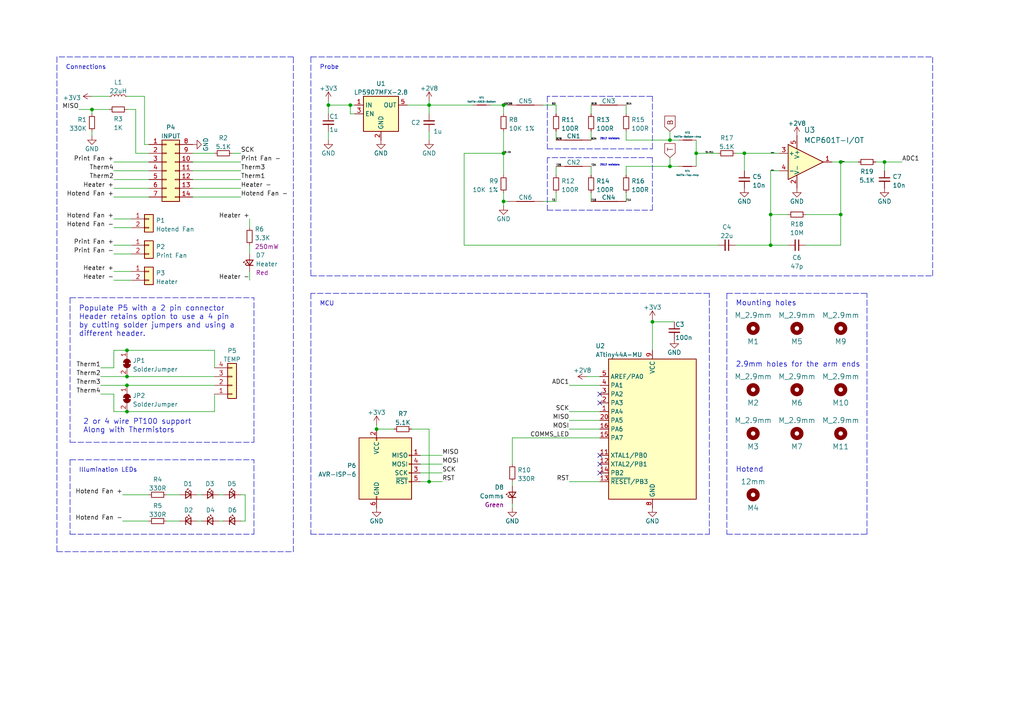
<source format=kicad_sch>
(kicad_sch (version 20211123) (generator eeschema)
  (paper "A4")
  (title_block (title "TD SmartEffector") (date "2022-11-17") (rev "V1.0") (company "Kuro") (comment 2 "Based on the Duet3D Smart Effector, see www.duet3d.com for the original\\nDuet3D Smart Effector information. This reproduction/modification is not endorsed or\\nsupported in any way by Duet3D."))
  (lib_symbols
    (symbol "Amplifier_Operational:MCP601-xOT" (pin_names (offset 0.127))
      (property "Reference" "U" (at -1.27 6.35 0))
      (property "Value" "MCP601-xOT" (at -1.27 3.81 0))
      (symbol "MCP601-xOT_0_1"
        (polyline (pts (xy -5.08 5.08) (xy 5.08 0) (xy -5.08 -5.08) (xy -5.08 5.08)) (stroke (width 0.254)) (fill (type background)))
        (pin power_in line (at -2.54 -7.62 90) (length 3.81) (name "V-") (number "2"))
        (pin power_in line (at -2.54 7.62 270) (length 3.81) (name "V+") (number "5"))
      )
      (symbol "MCP601-xOT_1_1"
        (pin output line (at 7.62 0 180) (length 2.54) (name "~") (number "1"))
        (pin input line (at -7.62 2.54 0) (length 2.54) (name "+") (number "3"))
        (pin input line (at -7.62 -2.54 0) (length 2.54) (name "-") (number "4"))
      )
    )
    (symbol "Connector:AVR-ISP-6" (pin_names (offset 1.016))
      (property "Reference" "J" (at -6.35 11.43 0))
      (property "Value" "AVR-ISP-6" (at 0 11.43 0))
      (symbol "AVR-ISP-6_0_1"
        (rectangle (start -2.667 -6.858) (end -2.413 -7.62))
        (rectangle (start -2.667 10.16) (end -2.413 9.398))
        (rectangle (start 7.62 -2.413) (end 6.858 -2.667))
        (rectangle (start 7.62 0.127) (end 6.858 -0.127))
        (rectangle (start 7.62 2.667) (end 6.858 2.413))
        (rectangle (start 7.62 5.207) (end 6.858 4.953))
        (rectangle (start 7.62 10.16) (end -7.62 -7.62) (stroke (width 0.254)) (fill (type background)))
      )
      (symbol "AVR-ISP-6_1_1"
        (pin passive line (at 10.16 5.08 180) (length 2.54) (name "MISO") (number "1"))
        (pin passive line (at -2.54 12.7 270) (length 2.54) (name "VCC") (number "2"))
        (pin passive line (at 10.16 0 180) (length 2.54) (name "SCK") (number "3"))
        (pin passive line (at 10.16 2.54 180) (length 2.54) (name "MOSI") (number "4"))
        (pin passive line (at 10.16 -2.54 180) (length 2.54) (name "~{RST}") (number "5"))
        (pin passive line (at -2.54 -10.16 90) (length 2.54) (name "GND") (number "6"))
      )
    )
    (symbol "Connector_Generic:Conn_01x02" (pin_names (offset 1.016) hide)
      (property "Reference" "J" (at 0 2.54 0))
      (property "Value" "Conn_01x02" (at 0 -5.08 0))
      (symbol "Conn_01x02_1_1"
        (rectangle (start -1.27 -2.413) (end 0 -2.667) (stroke (width 0.1524)))
        (rectangle (start -1.27 0.127) (end 0 -0.127) (stroke (width 0.1524)))
        (rectangle (start -1.27 1.27) (end 1.27 -3.81) (stroke (width 0.254)) (fill (type background)))
        (pin passive line (at -5.08 0 0) (length 3.81) (name "Pin_1") (number "1"))
        (pin passive line (at -5.08 -2.54 0) (length 3.81) (name "Pin_2") (number "2"))
      )
    )
    (symbol "Connector_Generic:Conn_01x04" (pin_names (offset 1.016) hide)
      (property "Reference" "J" (at 0 5.08 0))
      (property "Value" "Conn_01x04" (at 0 -7.62 0))
      (symbol "Conn_01x04_1_1"
        (rectangle (start -1.27 -4.953) (end 0 -5.207) (stroke (width 0.1524)))
        (rectangle (start -1.27 -2.413) (end 0 -2.667) (stroke (width 0.1524)))
        (rectangle (start -1.27 0.127) (end 0 -0.127) (stroke (width 0.1524)))
        (rectangle (start -1.27 2.667) (end 0 2.413) (stroke (width 0.1524)))
        (rectangle (start -1.27 3.81) (end 1.27 -6.35) (stroke (width 0.254)) (fill (type background)))
        (pin passive line (at -5.08 2.54 0) (length 3.81) (name "Pin_1") (number "1"))
        (pin passive line (at -5.08 0 0) (length 3.81) (name "Pin_2") (number "2"))
        (pin passive line (at -5.08 -2.54 0) (length 3.81) (name "Pin_3") (number "3"))
        (pin passive line (at -5.08 -5.08 0) (length 3.81) (name "Pin_4") (number "4"))
      )
    )
    (symbol "Connector_Generic:Conn_02x07_Top_Bottom" (pin_names (offset 1.016) hide)
      (property "Reference" "J" (at 1.27 10.16 0))
      (property "Value" "Conn_02x07_Top_Bottom" (at 1.27 -10.16 0))
      (symbol "Conn_02x07_Top_Bottom_1_1"
        (rectangle (start -1.27 -7.493) (end 0 -7.747) (stroke (width 0.1524)))
        (rectangle (start -1.27 -4.953) (end 0 -5.207) (stroke (width 0.1524)))
        (rectangle (start -1.27 -2.413) (end 0 -2.667) (stroke (width 0.1524)))
        (rectangle (start -1.27 0.127) (end 0 -0.127) (stroke (width 0.1524)))
        (rectangle (start -1.27 2.667) (end 0 2.413) (stroke (width 0.1524)))
        (rectangle (start -1.27 5.207) (end 0 4.953) (stroke (width 0.1524)))
        (rectangle (start -1.27 7.747) (end 0 7.493) (stroke (width 0.1524)))
        (rectangle (start -1.27 8.89) (end 3.81 -8.89) (stroke (width 0.254)) (fill (type background)))
        (rectangle (start 3.81 -7.493) (end 2.54 -7.747) (stroke (width 0.1524)))
        (rectangle (start 3.81 -4.953) (end 2.54 -5.207) (stroke (width 0.1524)))
        (rectangle (start 3.81 -2.413) (end 2.54 -2.667) (stroke (width 0.1524)))
        (rectangle (start 3.81 0.127) (end 2.54 -0.127) (stroke (width 0.1524)))
        (rectangle (start 3.81 2.667) (end 2.54 2.413) (stroke (width 0.1524)))
        (rectangle (start 3.81 5.207) (end 2.54 4.953) (stroke (width 0.1524)))
        (rectangle (start 3.81 7.747) (end 2.54 7.493) (stroke (width 0.1524)))
        (pin passive line (at -5.08 7.62 0) (length 3.81) (name "Pin_1") (number "1"))
        (pin passive line (at 7.62 2.54 180) (length 3.81) (name "Pin_10") (number "10"))
        (pin passive line (at 7.62 0 180) (length 3.81) (name "Pin_11") (number "11"))
        (pin passive line (at 7.62 -2.54 180) (length 3.81) (name "Pin_12") (number "12"))
        (pin passive line (at 7.62 -5.08 180) (length 3.81) (name "Pin_13") (number "13"))
        (pin passive line (at 7.62 -7.62 180) (length 3.81) (name "Pin_14") (number "14"))
        (pin passive line (at -5.08 5.08 0) (length 3.81) (name "Pin_2") (number "2"))
        (pin passive line (at -5.08 2.54 0) (length 3.81) (name "Pin_3") (number "3"))
        (pin passive line (at -5.08 0 0) (length 3.81) (name "Pin_4") (number "4"))
        (pin passive line (at -5.08 -2.54 0) (length 3.81) (name "Pin_5") (number "5"))
        (pin passive line (at -5.08 -5.08 0) (length 3.81) (name "Pin_6") (number "6"))
        (pin passive line (at -5.08 -7.62 0) (length 3.81) (name "Pin_7") (number "7"))
        (pin passive line (at 7.62 7.62 180) (length 3.81) (name "Pin_8") (number "8"))
        (pin passive line (at 7.62 5.08 180) (length 3.81) (name "Pin_9") (number "9"))
      )
    )
    (symbol "Device:C_Small" (pin_numbers hide) (pin_names (offset 0.254) hide)
      (property "Reference" "C" (at 0.254 1.778 0))
      (property "Value" "C_Small" (at 0.254 -2.032 0))
      (symbol "C_Small_0_1"
        (polyline (pts (xy -1.524 -0.508) (xy 1.524 -0.508)) (stroke (width 0.3302)))
        (polyline (pts (xy -1.524 0.508) (xy 1.524 0.508)) (stroke (width 0.3048)))
      )
      (symbol "C_Small_1_1"
        (pin passive line (at 0 2.54 270) (length 2.032) (name "~") (number "1"))
        (pin passive line (at 0 -2.54 90) (length 2.032) (name "~") (number "2"))
      )
    )
    (symbol "Device:LED_Small" (pin_numbers hide) (pin_names (offset 0.254) hide)
      (property "Reference" "D" (at -1.27 3.175 0))
      (property "Value" "LED_Small" (at -4.445 -2.54 0))
      (symbol "LED_Small_0_1"
        (polyline (pts (xy -0.762 -1.016) (xy -0.762 1.016)) (stroke (width 0.254)))
        (polyline (pts (xy 1.016 0) (xy -0.762 0)))
        (polyline (pts (xy 0.762 -1.016) (xy -0.762 0) (xy 0.762 1.016) (xy 0.762 -1.016)) (stroke (width 0.254)))
        (polyline (pts (xy 0 0.762) (xy -0.508 1.27) (xy -0.254 1.27) (xy -0.508 1.27) (xy -0.508 1.016)))
        (polyline (pts (xy 0.508 1.27) (xy 0 1.778) (xy 0.254 1.778) (xy 0 1.778) (xy 0 1.524)))
      )
      (symbol "LED_Small_1_1"
        (pin passive line (at -2.54 0 0) (length 1.778) (name "K") (number "1"))
        (pin passive line (at 2.54 0 180) (length 1.778) (name "A") (number "2"))
      )
    )
    (symbol "Device:L_Small" (pin_numbers hide) (pin_names (offset 0.254) hide)
      (property "Reference" "L" (at 0.762 1.016 0))
      (property "Value" "L_Small" (at 0.762 -1.016 0))
      (symbol "L_Small_0_1"
        (arc (start 0 -2.032) (mid 0.508 -1.524) (end 0 -1.016))
        (arc (start 0 -1.016) (mid 0.508 -0.508) (end 0 0))
        (arc (start 0 0) (mid 0.508 0.508) (end 0 1.016))
        (arc (start 0 1.016) (mid 0.508 1.524) (end 0 2.032))
      )
      (symbol "L_Small_1_1"
        (pin passive line (at 0 2.54 270) (length 0.508) (name "~") (number "1"))
        (pin passive line (at 0 -2.54 90) (length 0.508) (name "~") (number "2"))
      )
    )
    (symbol "Device:R_Small" (pin_numbers hide) (pin_names (offset 0.254) hide)
      (property "Reference" "R" (at 0.762 0.508 0))
      (property "Value" "R_Small" (at 0.762 -1.016 0))
      (symbol "R_Small_0_1"
        (rectangle (start -0.762 1.778) (end 0.762 -1.778) (stroke (width 0.2032)))
      )
      (symbol "R_Small_1_1"
        (pin passive line (at 0 2.54 270) (length 0.762) (name "~") (number "1"))
        (pin passive line (at 0 -2.54 90) (length 0.762) (name "~") (number "2"))
      )
    )
    (symbol "Jumper:SolderJumper_2_Bridged" (pin_names (offset 0) hide)
      (property "Reference" "JP" (at 0 2.032 0))
      (property "Value" "SolderJumper_2_Bridged" (at 0 -2.54 0))
      (symbol "SolderJumper_2_Bridged_0_1"
        (rectangle (start -0.508 0.508) (end 0.508 -0.508) (fill (type outline)))
        (arc (start -0.254 1.016) (mid -1.27 0) (end -0.254 -1.016))
        (arc (start -0.254 1.016) (mid -1.27 0) (end -0.254 -1.016) (fill (type outline)))
        (polyline (pts (xy -0.254 1.016) (xy -0.254 -1.016)))
        (polyline (pts (xy 0.254 1.016) (xy 0.254 -1.016)))
        (arc (start 0.254 -1.016) (mid 1.27 0) (end 0.254 1.016))
        (arc (start 0.254 -1.016) (mid 1.27 0) (end 0.254 1.016) (fill (type outline)))
      )
      (symbol "SolderJumper_2_Bridged_1_1"
        (pin passive line (at -3.81 0 0) (length 2.54) (name "A") (number "1"))
        (pin passive line (at 3.81 0 180) (length 2.54) (name "B") (number "2"))
      )
    )
    (symbol "MCU_Microchip_ATtiny:ATtiny44A-M"
      (property "Reference" "U" (at -12.7 21.59 0))
      (property "Value" "ATtiny44A-M" (at 2.54 -21.59 0))
      (symbol "ATtiny44A-M_0_1"
        (rectangle (start -12.7 -20.32) (end 12.7 20.32) (stroke (width 0.254)) (fill (type background)))
      )
      (symbol "ATtiny44A-M_1_1"
        (pin bidirectional line (at 15.24 5.08 180) (length 2.54) (name "PA4") (number "1"))
        (pin no_connect line (at -12.7 -10.16 0) (length 2.54) hide (name "NC") (number "10"))
        (pin bidirectional line (at 15.24 -7.62 180) (length 2.54) (name "XTAL1/PB0") (number "11"))
        (pin bidirectional line (at 15.24 -10.16 180) (length 2.54) (name "XTAL2/PB1") (number "12"))
        (pin bidirectional line (at 15.24 -15.24 180) (length 2.54) (name "~{RESET}/PB3") (number "13"))
        (pin bidirectional line (at 15.24 -12.7 180) (length 2.54) (name "PB2") (number "14"))
        (pin bidirectional line (at 15.24 -2.54 180) (length 2.54) (name "PA7") (number "15"))
        (pin bidirectional line (at 15.24 0 180) (length 2.54) (name "PA6") (number "16"))
        (pin no_connect line (at -12.7 -12.7 0) (length 2.54) hide (name "NC") (number "17"))
        (pin no_connect line (at -12.7 -15.24 0) (length 2.54) hide (name "NC") (number "18"))
        (pin no_connect line (at -12.7 -17.78 0) (length 2.54) hide (name "NC") (number "19"))
        (pin bidirectional line (at 15.24 7.62 180) (length 2.54) (name "PA3") (number "2"))
        (pin bidirectional line (at 15.24 2.54 180) (length 2.54) (name "PA5") (number "20"))
        (pin passive line (at 0 -22.86 90) (length 2.54) hide (name "GND") (number "21"))
        (pin bidirectional line (at 15.24 10.16 180) (length 2.54) (name "PA2") (number "3"))
        (pin bidirectional line (at 15.24 12.7 180) (length 2.54) (name "PA1") (number "4"))
        (pin bidirectional line (at 15.24 15.24 180) (length 2.54) (name "AREF/PA0") (number "5"))
        (pin no_connect line (at -12.7 -5.08 0) (length 2.54) hide (name "NC") (number "6"))
        (pin no_connect line (at -12.7 -7.62 0) (length 2.54) hide (name "NC") (number "7"))
        (pin power_in line (at 0 -22.86 90) (length 2.54) (name "GND") (number "8"))
        (pin power_in line (at 0 22.86 270) (length 2.54) (name "VCC") (number "9"))
      )
    )
    (symbol "Mechanical:MountingHole" (pin_names (offset 1.016))
      (property "Reference" "H" (at 0 5.08 0))
      (property "Value" "MountingHole" (at 0 3.175 0))
      (symbol "MountingHole_0_1"
        (circle (center 0 0) (radius 1.27) (stroke (width 1.27)))
      )
    )
    (symbol "Regulator_Linear:LP5907MFX-2.8"
      (property "Reference" "U" (at -3.81 6.35 0))
      (property "Value" "LP5907MFX-2.8" (at 6.35 6.35 0))
      (symbol "LP5907MFX-2.8_0_1"
        (rectangle (start -5.08 -5.08) (end 5.08 5.08) (stroke (width 0.254)) (fill (type background)))
        (pin power_in line (at -7.62 2.54 0) (length 2.54) (name "IN") (number "1"))
        (pin power_in line (at 0 -7.62 90) (length 2.54) (name "GND") (number "2"))
        (pin input line (at -7.62 0 0) (length 2.54) (name "EN") (number "3"))
        (pin no_connect line (at 5.08 0 180) (length 2.54) hide (name "NC") (number "4"))
        (pin power_out line (at 7.62 2.54 180) (length 2.54) (name "OUT") (number "5"))
      )
    )
    (symbol "SmartEffector-rescue:+3.3V-power" (power) (pin_names (offset 0))
      (property "Value" "+3.3V-power" (at 0 3.556 0))
      (symbol "+3.3V-power_0_1"
        (polyline (pts (xy -0.762 1.27) (xy 0 2.54)))
        (polyline (pts (xy 0 0) (xy 0 2.54)))
        (polyline (pts (xy 0 2.54) (xy 0.762 1.27)))
      )
      (symbol "+3.3V-power_1_1"
        (pin power_in line (at 0 0 90) (length 0) hide (name "+3V3") (number "1"))
      )
    )
    (symbol "SmartEffector-rescue:Net-Tie_2-Device" (pin_numbers hide) (pin_names (offset 0) hide)
      (property "Reference" "NT" (at 0 1.27 0))
      (property "Value" "Net-Tie_2-Device" (at 0 -1.27 0))
      (symbol "Net-Tie_2-Device_0_1"
        (polyline (pts (xy -1.27 0) (xy 1.27 0)) (stroke (width 0.254)))
      )
      (symbol "Net-Tie_2-Device_1_1"
        (pin passive line (at -2.54 0 0) (length 2.54) (name "1") (number "1"))
        (pin passive line (at 2.54 0 180) (length 2.54) (name "2") (number "2"))
      )
    )
    (symbol "power:+2V8" (power) (pin_names (offset 0))
      (property "Value" "+2V8" (at 0 3.556 0))
      (symbol "+2V8_0_1"
        (polyline (pts (xy -0.762 1.27) (xy 0 2.54)))
        (polyline (pts (xy 0 0) (xy 0 2.54)))
        (polyline (pts (xy 0 2.54) (xy 0.762 1.27)))
      )
      (symbol "+2V8_1_1"
        (pin power_in line (at 0 0 90) (length 0) hide (name "+2V8") (number "1"))
      )
    )
    (symbol "power:GND" (power) (pin_names (offset 0))
      (property "Value" "GND" (at 0 -3.81 0))
      (symbol "GND_0_1"
        (polyline (pts (xy 0 0) (xy 0 -1.27) (xy 1.27 -1.27) (xy 0 -2.54) (xy -1.27 -1.27) (xy 0 -1.27)))
      )
      (symbol "GND_1_1"
        (pin power_in line (at 0 0 270) (length 0) hide (name "GND") (number "1"))
      )
    )
    (symbol "td:Round_Track_Connector" (pin_numbers hide) (pin_names hide) (in_bom no)
      (property "Reference" "CN" (at 0 1.27 0))
      (symbol "Round_Track_Connector_0_1"
        (polyline (pts (xy -2.54 0) (xy 2.54 0)) (stroke (width 0.25)))
      )
      (symbol "Round_Track_Connector_1_1"
        (pin passive line (at -5.08 0 0) (length 2.54) (name "") (number "1"))
        (pin passive line (at 5.08 0 180) (length 2.54) (name "") (number "2"))
      )
    )
  )
  (junction (at 223.52 62.23))
  (junction (at 124.46 30.48))
  (junction (at 256.54 46.99))
  (junction (at 101.6 30.48))
  (junction (at 36.83 101.6))
  (junction (at 36.83 109.22))
  (junction (at 36.83 119.38))
  (junction (at 243.84 46.99))
  (junction (at 215.9 44.45))
  (junction (at 124.46 139.7))
  (junction (at 36.83 111.76))
  (junction (at 243.84 62.23))
  (junction (at 109.22 124.46))
  (junction (at 95.25 30.48))
  (junction (at 146.05 44.45))
  (junction (at 189.23 93.345))
  (junction (at 194.31 48.26))
  (junction (at 146.05 58.42))
  (junction (at 194.31 40.64))
  (junction (at 146.05 30.48))
  (junction (at 26.67 31.75))
  (junction (at 201.93 44.45))
  (junction (at 223.52 71.12))
  (no_connect (at 173.99 132.08))
  (no_connect (at 173.99 137.16))
  (no_connect (at 173.99 134.62))
  (no_connect (at 173.99 116.84))
  (no_connect (at 173.99 114.3))
  (polyline (pts (xy 20.32 86.36) (xy 20.32 128.27)))
  (wire (pts (xy 148.59 147.32) (xy 148.59 146.05)))
  (polyline (pts (xy 20.32 133.35) (xy 73.66 133.35)))
  (wire (pts (xy 233.68 71.12) (xy 243.84 71.12)))
  (wire (pts (xy 69.85 49.53) (xy 55.88 49.53)))
  (polyline (pts (xy 189.23 45.72) (xy 158.75 45.72)))
  (wire (pts (xy 134.62 71.12) (xy 134.62 44.45)))
  (wire (pts (xy 146.05 55.88) (xy 146.05 58.42)))
  (wire (pts (xy 194.31 40.64) (xy 196.85 40.64)))
  (wire (pts (xy 33.02 73.66) (xy 38.1 73.66)))
  (wire (pts (xy 128.27 132.08) (xy 121.92 132.08)))
  (wire (pts (xy 243.84 46.99) (xy 243.84 62.23)))
  (polyline (pts (xy 20.32 86.36) (xy 73.66 86.36)))
  (wire (pts (xy 35.56 143.51) (xy 43.18 143.51)))
  (polyline (pts (xy 73.66 128.27) (xy 73.66 86.36)))
  (wire (pts (xy 33.02 106.68) (xy 33.02 101.6)))
  (wire (pts (xy 55.88 54.61) (xy 69.85 54.61)))
  (wire (pts (xy 213.36 71.12) (xy 223.52 71.12)))
  (wire (pts (xy 55.88 52.07) (xy 69.85 52.07)))
  (wire (pts (xy 215.9 44.45) (xy 226.06 44.45)))
  (wire (pts (xy 101.6 33.02) (xy 101.6 30.48)))
  (wire (pts (xy 119.38 124.46) (xy 124.46 124.46)))
  (wire (pts (xy 52.07 143.51) (xy 48.26 143.51)))
  (wire (pts (xy 71.12 151.13) (xy 71.12 143.51)))
  (wire (pts (xy 194.31 45.72) (xy 194.31 48.26)))
  (wire (pts (xy 69.85 46.99) (xy 55.88 46.99)))
  (wire (pts (xy 157.48 30.48) (xy 161.29 30.48)))
  (wire (pts (xy 36.83 109.22) (xy 62.23 109.22)))
  (wire (pts (xy 128.27 134.62) (xy 121.92 134.62)))
  (wire (pts (xy 57.15 151.13) (xy 58.42 151.13)))
  (wire (pts (xy 146.05 58.42) (xy 147.32 58.42)))
  (wire (pts (xy 33.02 49.53) (xy 43.18 49.53)))
  (polyline (pts (xy 90.17 16.51) (xy 270.51 16.51)))
  (polyline (pts (xy 73.66 154.94) (xy 73.66 133.35)))
  (wire (pts (xy 67.31 44.45) (xy 69.85 44.45)))
  (wire (pts (xy 71.12 143.51) (xy 69.85 143.51)))
  (wire (pts (xy 109.22 123.19) (xy 109.22 124.46)))
  (wire (pts (xy 226.06 49.53) (xy 223.52 49.53)))
  (wire (pts (xy 256.54 46.99) (xy 261.62 46.99)))
  (polyline (pts (xy 85.09 16.51) (xy 16.51 16.51)))
  (wire (pts (xy 33.02 81.28) (xy 38.1 81.28)))
  (wire (pts (xy 171.45 55.88) (xy 171.45 58.42)))
  (wire (pts (xy 72.39 63.5) (xy 72.39 66.04)))
  (wire (pts (xy 63.5 151.13) (xy 64.77 151.13)))
  (wire (pts (xy 33.02 54.61) (xy 43.18 54.61)))
  (wire (pts (xy 171.45 40.64) (xy 171.45 38.1)))
  (wire (pts (xy 124.46 38.1) (xy 124.46 40.64)))
  (wire (pts (xy 223.52 62.23) (xy 223.52 71.12)))
  (wire (pts (xy 62.23 101.6) (xy 62.23 106.68)))
  (wire (pts (xy 33.02 66.04) (xy 38.1 66.04)))
  (wire (pts (xy 243.84 62.23) (xy 243.84 71.12)))
  (wire (pts (xy 181.61 30.48) (xy 181.61 33.02)))
  (wire (pts (xy 43.18 41.91) (xy 41.91 41.91)))
  (wire (pts (xy 208.28 71.12) (xy 134.62 71.12)))
  (wire (pts (xy 39.37 44.45) (xy 39.37 31.75)))
  (polyline (pts (xy 205.74 154.94) (xy 205.74 85.09)))
  (wire (pts (xy 171.45 48.26) (xy 171.45 50.8)))
  (wire (pts (xy 161.29 58.42) (xy 161.29 55.88)))
  (polyline (pts (xy 90.17 16.51) (xy 90.17 80.01)))
  (wire (pts (xy 39.37 31.75) (xy 36.83 31.75)))
  (wire (pts (xy 228.6 62.23) (xy 223.52 62.23)))
  (polyline (pts (xy 85.09 160.02) (xy 85.09 16.51)))
  (wire (pts (xy 201.93 44.45) (xy 208.28 44.45)))
  (wire (pts (xy 157.48 58.42) (xy 161.29 58.42)))
  (polyline (pts (xy 158.75 43.18) (xy 189.23 43.18)))
  (wire (pts (xy 33.02 119.38) (xy 36.83 119.38)))
  (wire (pts (xy 146.05 38.1) (xy 146.05 44.45)))
  (wire (pts (xy 223.52 71.12) (xy 228.6 71.12)))
  (wire (pts (xy 33.02 114.3) (xy 33.02 119.38)))
  (wire (pts (xy 134.62 44.45) (xy 146.05 44.45)))
  (wire (pts (xy 173.99 139.7) (xy 165.1 139.7)))
  (wire (pts (xy 43.18 44.45) (xy 39.37 44.45)))
  (wire (pts (xy 36.83 119.38) (xy 62.23 119.38)))
  (wire (pts (xy 170.18 109.22) (xy 173.99 109.22)))
  (wire (pts (xy 64.77 143.51) (xy 63.5 143.51)))
  (polyline (pts (xy 90.17 80.01) (xy 270.51 80.01)))
  (polyline (pts (xy 270.51 80.01) (xy 270.51 16.51)))
  (wire (pts (xy 118.11 30.48) (xy 124.46 30.48)))
  (wire (pts (xy 146.05 30.48) (xy 146.05 33.02)))
  (wire (pts (xy 124.46 30.48) (xy 137.16 30.48)))
  (wire (pts (xy 33.02 52.07) (xy 43.18 52.07)))
  (polyline (pts (xy 90.17 154.94) (xy 205.74 154.94)))
  (wire (pts (xy 215.9 44.45) (xy 215.9 49.53)))
  (wire (pts (xy 146.05 30.48) (xy 147.32 30.48)))
  (wire (pts (xy 189.23 93.345) (xy 189.23 92.71)))
  (wire (pts (xy 148.59 127) (xy 148.59 134.62)))
  (wire (pts (xy 102.87 30.48) (xy 101.6 30.48)))
  (wire (pts (xy 95.25 40.64) (xy 95.25 38.1)))
  (wire (pts (xy 72.39 71.12) (xy 72.39 73.66)))
  (wire (pts (xy 33.02 78.74) (xy 38.1 78.74)))
  (polyline (pts (xy 20.32 154.94) (xy 73.66 154.94)))
  (wire (pts (xy 128.27 139.7) (xy 124.46 139.7)))
  (wire (pts (xy 181.61 48.26) (xy 194.31 48.26)))
  (wire (pts (xy 181.61 50.8) (xy 181.61 48.26)))
  (wire (pts (xy 201.93 40.64) (xy 201.93 44.45)))
  (wire (pts (xy 35.56 151.13) (xy 43.18 151.13)))
  (wire (pts (xy 233.68 62.23) (xy 243.84 62.23)))
  (wire (pts (xy 171.45 30.48) (xy 171.45 33.02)))
  (wire (pts (xy 124.46 29.21) (xy 124.46 30.48)))
  (wire (pts (xy 194.31 48.26) (xy 196.85 48.26)))
  (wire (pts (xy 33.02 71.12) (xy 38.1 71.12)))
  (polyline (pts (xy 210.82 154.94) (xy 251.46 154.94)))
  (polyline (pts (xy 251.46 154.94) (xy 251.46 85.09)))
  (wire (pts (xy 33.02 57.15) (xy 43.18 57.15)))
  (wire (pts (xy 29.21 111.76) (xy 36.83 111.76)))
  (wire (pts (xy 55.88 57.15) (xy 69.85 57.15)))
  (wire (pts (xy 114.3 124.46) (xy 109.22 124.46)))
  (wire (pts (xy 48.26 151.13) (xy 52.07 151.13)))
  (wire (pts (xy 124.46 124.46) (xy 124.46 139.7)))
  (wire (pts (xy 194.31 38.1) (xy 194.31 40.64)))
  (wire (pts (xy 26.67 39.37) (xy 26.67 38.1)))
  (wire (pts (xy 22.86 31.75) (xy 26.67 31.75)))
  (polyline (pts (xy 158.75 45.72) (xy 158.75 60.96)))
  (wire (pts (xy 148.59 127) (xy 173.99 127)))
  (wire (pts (xy 181.61 55.88) (xy 181.61 58.42)))
  (wire (pts (xy 142.24 30.48) (xy 146.05 30.48)))
  (polyline (pts (xy 158.75 60.96) (xy 189.23 60.96)))
  (wire (pts (xy 173.99 119.38) (xy 165.1 119.38)))
  (wire (pts (xy 29.21 114.3) (xy 33.02 114.3)))
  (wire (pts (xy 146.05 44.45) (xy 146.05 50.8)))
  (polyline (pts (xy 189.23 27.94) (xy 158.75 27.94)))
  (wire (pts (xy 36.83 111.76) (xy 62.23 111.76)))
  (wire (pts (xy 148.59 140.97) (xy 148.59 139.7)))
  (wire (pts (xy 29.21 109.22) (xy 36.83 109.22)))
  (wire (pts (xy 189.23 93.345) (xy 189.23 101.6)))
  (wire (pts (xy 102.87 33.02) (xy 101.6 33.02)))
  (polyline (pts (xy 210.82 85.09) (xy 251.46 85.09)))
  (polyline (pts (xy 189.23 43.18) (xy 189.23 27.94)))
  (wire (pts (xy 165.1 121.92) (xy 173.99 121.92)))
  (wire (pts (xy 181.61 40.64) (xy 194.31 40.64)))
  (wire (pts (xy 254 46.99) (xy 256.54 46.99)))
  (wire (pts (xy 26.67 33.02) (xy 26.67 31.75)))
  (wire (pts (xy 165.1 124.46) (xy 173.99 124.46)))
  (polyline (pts (xy 20.32 128.27) (xy 73.66 128.27)))
  (wire (pts (xy 124.46 139.7) (xy 121.92 139.7)))
  (wire (pts (xy 29.21 106.68) (xy 33.02 106.68)))
  (wire (pts (xy 62.23 119.38) (xy 62.23 114.3)))
  (polyline (pts (xy 16.51 160.02) (xy 85.09 160.02)))
  (wire (pts (xy 71.12 151.13) (xy 69.85 151.13)))
  (wire (pts (xy 58.42 143.51) (xy 57.15 143.51)))
  (polyline (pts (xy 210.82 85.09) (xy 210.82 154.94)))
  (wire (pts (xy 62.23 44.45) (xy 55.88 44.45)))
  (wire (pts (xy 124.46 30.48) (xy 124.46 33.02)))
  (wire (pts (xy 33.02 101.6) (xy 36.83 101.6)))
  (wire (pts (xy 241.3 46.99) (xy 243.84 46.99)))
  (wire (pts (xy 95.25 30.48) (xy 95.25 33.02)))
  (polyline (pts (xy 158.75 27.94) (xy 158.75 43.18)))
  (wire (pts (xy 101.6 30.48) (xy 95.25 30.48)))
  (polyline (pts (xy 189.23 60.96) (xy 189.23 45.72)))
  (wire (pts (xy 26.67 31.75) (xy 31.75 31.75)))
  (wire (pts (xy 72.39 78.74) (xy 72.39 81.28)))
  (wire (pts (xy 36.83 27.94) (xy 41.91 27.94)))
  (wire (pts (xy 36.83 101.6) (xy 62.23 101.6)))
  (wire (pts (xy 181.61 40.64) (xy 181.61 38.1)))
  (wire (pts (xy 189.23 93.345) (xy 195.58 93.345)))
  (wire (pts (xy 201.93 44.45) (xy 201.93 48.26)))
  (wire (pts (xy 243.84 46.99) (xy 248.92 46.99)))
  (wire (pts (xy 41.91 41.91) (xy 41.91 27.94)))
  (wire (pts (xy 26.67 27.94) (xy 31.75 27.94)))
  (wire (pts (xy 161.29 30.48) (xy 161.29 33.02)))
  (wire (pts (xy 213.36 44.45) (xy 215.9 44.45)))
  (wire (pts (xy 95.25 29.21) (xy 95.25 30.48)))
  (wire (pts (xy 223.52 49.53) (xy 223.52 62.23)))
  (polyline (pts (xy 205.74 85.09) (xy 90.17 85.09)))
  (polyline (pts (xy 90.17 85.09) (xy 90.17 154.94)))
  (wire (pts (xy 33.02 63.5) (xy 38.1 63.5)))
  (wire (pts (xy 165.1 111.76) (xy 173.99 111.76)))
  (wire (pts (xy 161.29 38.1) (xy 161.29 40.64)))
  (polyline (pts (xy 20.32 133.35) (xy 20.32 154.94)))
  (wire (pts (xy 146.05 58.42) (xy 146.05 59.69)))
  (wire (pts (xy 33.02 46.99) (xy 43.18 46.99)))
  (wire (pts (xy 256.54 46.99) (xy 256.54 49.53)))
  (wire (pts (xy 161.29 48.26) (xy 161.29 50.8)))
  (polyline (pts (xy 16.51 16.51) (xy 16.51 160.02)))
  (wire (pts (xy 128.27 137.16) (xy 121.92 137.16)))
  (text "2.9mm holes for the arm ends" (at 213.36 106.68 0) (effects (font (size 1.524 1.524)) (justify left bottom)))
  (text "2512 resistors" (at 173.99 48.26 0) (effects (font (size 0.508 0.508)) (justify left bottom)))
  (text "Mounting holes " (at 213.36 88.9 0) (effects (font (size 1.524 1.524)) (justify left bottom)))
  (text "2512 resistors" (at 173.99 40.64 0) (effects (font (size 0.508 0.508)) (justify left bottom)))
  (text "Hotend" (at 213.36 137.16 0) (effects (font (size 1.524 1.524)) (justify left bottom)))
  (text "Probe" (at 92.71 20.32 0) (effects (font (size 1.27 1.27)) (justify left bottom)))
  (text "MCU" (at 92.71 88.9 0) (effects (font (size 1.27 1.27)) (justify left bottom)))
  (text "Populate P5 with a 2 pin connector\nHeader retains option to use a 4 pin\nby cutting solder jumpers and using a\ndifferent header." (at 22.86 97.79 0) (effects (font (size 1.524 1.524)) (justify left bottom)))
  (text "Illumination LEDs" (at 22.86 137.16 0) (effects (font (size 1.27 1.27)) (justify left bottom)))
  (text "Connections" (at 19.05 20.32 0) (effects (font (size 1.27 1.27)) (justify left bottom)))
  (text "2 or 4 wire PT100 support\nAlong with Thermistors" (at 24.13 125.73 0) (effects (font (size 1.524 1.524)) (justify left bottom)))
  (label "T2A" (at 171.45 48.26 0) (effects (font (size 0.508 0.508))))
  (label "Heater -" (at 33.02 81.28 180))
  (label "Heater +" (at 33.02 78.74 180))
  (label "SCK" (at 165.1 119.38 180))
  (label "Therm1" (at 29.21 106.68 180))
  (label "RST" (at 165.1 139.7 180))
  (label "Heater +" (at 72.39 63.5 180))
  (label "B2B" (at 161.29 40.64 0) (effects (font (size 0.508 0.508))))
  (label "Therm2" (at 29.21 109.22 180))
  (label "Hotend Fan -" (at 35.56 151.13 180))
  (label "MOSI" (at 128.27 134.62 0))
  (label "RST" (at 128.27 139.7 0))
  (label "u3vin+" (at 223.52 44.45 0) (effects (font (size 0.2032 0.2032))))
  (label "Hotend Fan +" (at 33.02 57.15 180))
  (label "u3vin-" (at 223.52 49.53 0) (effects (font (size 0.2032 0.2032))))
  (label "T2B" (at 161.29 48.26 0) (effects (font (size 0.508 0.508))))
  (label "ADC0B" (at 146.05 30.48 0) (effects (font (size 0.508 0.508))))
  (label "Hotend Fan +" (at 33.02 63.5 180))
  (label "Therm3" (at 69.85 49.53 0))
  (label "Print Fan -" (at 33.02 73.66 180))
  (label "Heater +" (at 33.02 54.61 180))
  (label "MISO" (at 165.1 121.92 180))
  (label "Therm3" (at 29.21 111.76 180))
  (label "Print Fan -" (at 69.85 46.99 0))
  (label "Print Fan +" (at 33.02 71.12 180))
  (label "B1A" (at 181.61 30.48 0) (effects (font (size 0.508 0.508))))
  (label "Therm2" (at 33.02 52.07 180))
  (label "TB-R11" (at 204.47 44.45 0) (effects (font (size 0.4064 0.4064))))
  (label "Therm4" (at 33.02 49.53 180))
  (label "Heater -" (at 72.39 81.28 180))
  (label "T1A" (at 181.61 58.42 0) (effects (font (size 0.508 0.508))))
  (label "MISO" (at 22.86 31.75 180))
  (label "B2A" (at 171.45 40.64 0) (effects (font (size 0.508 0.508))))
  (label "T3" (at 160.02 58.42 0) (effects (font (size 0.508 0.508))))
  (label "Hotend Fan +" (at 35.56 143.51 180))
  (label "B1B" (at 171.45 30.48 0) (effects (font (size 0.508 0.508))))
  (label "ADC1" (at 165.1 111.76 180))
  (label "SCK" (at 128.27 137.16 0))
  (label "Hotend Fan -" (at 33.02 66.04 180))
  (label "Print Fan +" (at 33.02 46.99 180))
  (label "Hotend Fan -" (at 69.85 57.15 0))
  (label "TB-C6" (at 146.05 44.45 0) (effects (font (size 0.4064 0.4064))))
  (label "SCK" (at 69.85 44.45 0))
  (label "Therm4" (at 29.21 114.3 180))
  (label "u3Vout" (at 243.84 46.99 0) (effects (font (size 0.2032 0.2032))))
  (label "Therm1" (at 69.85 52.07 0))
  (label "ADC1" (at 261.62 46.99 0))
  (label "T1B" (at 171.45 58.42 0) (effects (font (size 0.508 0.508))))
  (label "Heater -" (at 69.85 54.61 0))
  (label "COMMS_LED" (at 165.1 127 180))
  (label "B3" (at 160.02 30.48 0) (effects (font (size 0.508 0.508))))
  (label "MISO" (at 128.27 132.08 0))
  (label "MOSI" (at 165.1 124.46 180))
  (global_label "T" (shape input) (at 194.31 45.72 90) (effects (font (size 1.524 1.524))) (property "Intersheet References" "${INTERSHEET_REFS}" (effects hide)))
  (global_label "B" (shape input) (at 194.31 38.1 90) (effects (font (size 1.524 1.524))) (property "Intersheet References" "${INTERSHEET_REFS}" (effects hide)))
  (symbol (lib_id "Device:R_Small") (at 231.14 62.23 90) (unit 1)
    (property "Reference" "R18" (at 231.14 64.997 90))
    (property "Value" "10M" (at 231.14 67.5339 90))
    (property "Footprint" "Resistor_SMD:R_0603_1608Metric" (effects hide))
    (property "LCSC" "C7250" (effects hide))
  )
  (symbol (lib_id "Device:L_Small") (at 34.29 27.94 90) (unit 1)
    (property "Reference" "L1" (at 34.29 23.8592 90))
    (property "Value" "22uH" (at 34.29 26.3961 90))
    (property "Footprint" "Inductor_SMD:L_0805_2012Metric" (effects hide))
    (property "LCSC" "C223175" (effects hide))
  )
  (symbol (lib_id "Device:R_Small") (at 64.77 44.45 270) (unit 1)
    (property "Reference" "R2" (at 64.77 40.0136 90))
    (property "Value" "5.1K" (at 64.77 42.5505 90))
    (property "Footprint" "Resistor_SMD:R_0402_1005Metric" (effects hide))
    (property "LCSC" "C25905" (effects hide))
  )
  (symbol (lib_id "Device:R_Small") (at 34.29 31.75 270) (unit 1)
    (property "Reference" "R3" (at 34.29 34.517 90))
    (property "Value" "1K" (at 34.29 37.0539 90))
    (property "Footprint" "Resistor_SMD:R_0402_1005Metric" (effects hide))
    (property "LCSC" "C11702" (effects hide))
  )
  (symbol (lib_id "Device:R_Small") (at 251.46 46.99 90) (unit 1)
    (property "Reference" "R19" (at 251.46 49.757 90))
    (property "Value" "5.1K" (at 251.46 52.2939 90))
    (property "Footprint" "Resistor_SMD:R_0402_1005Metric" (effects hide))
    (property "LCSC" "C25905" (effects hide))
  )
  (symbol (lib_id "Device:C_Small") (at 256.54 52.07 0) (unit 1)
    (property "Reference" "C7" (at 258.8641 51.2416 0) (effects (justify left)))
    (property "Value" "10n" (at 258.8641 53.7785 0) (effects (justify left)))
    (property "Footprint" "Capacitor_SMD:C_0402_1005Metric" (effects hide))
    (property "LCSC" "C15195" (effects hide))
  )
  (symbol (lib_id "power:GND") (at 146.05 59.69 0) (unit 1)
    (property "Reference" "#PWR011" (effects hide))
    (property "Value" "GND" (at 146.05 63.5 0))
  )
  (symbol (lib_id "Connector:AVR-ISP-6") (at 111.76 137.16 0) (unit 1)
    (property "Reference" "P6" (at 103.378 135.0553 0) (effects (justify right)))
    (property "Value" "AVR-ISP-6" (at 103.378 137.5922 0) (effects (justify right)))
    (property "Footprint" "Connector_PinHeader_2.54mm:PinHeader_2x03_P2.54mm_Vertical_SMD" (effects hide))
  )
  (symbol (lib_id "Connector_Generic:Conn_02x07_Top_Bottom") (at 48.26 49.53 0) (unit 1)
    (property "Reference" "P4" (at 49.53 36.9402 0))
    (property "Value" "INPUT" (at 49.53 39.4771 0))
    (property "Footprint" "Connector_Molex:Molex_Micro-Fit_3.0_43045-1412_2x07_P3.00mm_Vertical" (effects hide))
  )
  (symbol (lib_id "Mechanical:MountingHole") (at 231.14 113.03 0) (unit 1) (in_bom no)
    (property "Reference" "M6" (at 231.14 116.84 0) (effects (font (size 1.524 1.524))))
    (property "Value" "M_2.9mm" (at 231.14 109.22 0) (effects (font (size 1.524 1.524))))
    (property "Footprint" "MountingHole:MountingHole_3mm" (effects hide))
  )
  (symbol (lib_id "Mechanical:MountingHole") (at 243.84 113.03 0) (unit 1) (in_bom no)
    (property "Reference" "M10" (at 243.84 116.84 0) (effects (font (size 1.524 1.524))))
    (property "Value" "M_2.9mm" (at 243.84 109.22 0) (effects (font (size 1.524 1.524))))
    (property "Footprint" "MountingHole:MountingHole_3mm" (effects hide))
  )
  (symbol (lib_id "Mechanical:MountingHole") (at 218.44 125.73 0) (unit 1) (in_bom no)
    (property "Reference" "M3" (at 218.44 129.54 0) (effects (font (size 1.524 1.524))))
    (property "Value" "M_2.9mm" (at 218.44 121.92 0) (effects (font (size 1.524 1.524))))
    (property "Footprint" "MountingHole:MountingHole_3mm" (effects hide))
  )
  (symbol (lib_id "Mechanical:MountingHole") (at 231.14 125.73 0) (unit 1) (in_bom no)
    (property "Reference" "M7" (at 231.14 129.54 0) (effects (font (size 1.524 1.524))))
    (property "Value" "M_2.9mm" (at 231.14 121.92 0) (effects (font (size 1.524 1.524))))
    (property "Footprint" "MountingHole:MountingHole_3mm" (effects hide))
  )
  (symbol (lib_id "Mechanical:MountingHole") (at 243.84 125.73 0) (unit 1) (in_bom no)
    (property "Reference" "M11" (at 243.84 129.54 0) (effects (font (size 1.524 1.524))))
    (property "Value" "M_2.9mm" (at 243.84 121.92 0) (effects (font (size 1.524 1.524))))
    (property "Footprint" "MountingHole:MountingHole_3mm" (effects hide))
  )
  (symbol (lib_id "Mechanical:MountingHole") (at 218.44 113.03 0) (unit 1) (in_bom no)
    (property "Reference" "M2" (at 218.44 116.84 0) (effects (font (size 1.524 1.524))))
    (property "Value" "M_2.9mm" (at 218.44 109.22 0) (effects (font (size 1.524 1.524))))
    (property "Footprint" "MountingHole:MountingHole_3mm" (effects hide))
  )
  (symbol (lib_id "Device:C_Small") (at 195.58 95.885 0) (unit 1)
    (property "Reference" "C3" (at 195.834 94.107 0) (effects (justify left)))
    (property "Value" "100n" (at 195.834 97.917 0) (effects (justify left)))
    (property "Footprint" "Capacitor_SMD:C_0402_1005Metric" (effects hide))
    (property "LCSC" "C307331" (effects hide))
  )
  (symbol (lib_id "Device:R_Small") (at 148.59 137.16 180) (unit 1)
    (property "Reference" "R10" (at 150.0886 136.3253 0) (effects (justify right)))
    (property "Value" "330R" (at 150.0886 138.8622 0) (effects (justify right)))
    (property "Footprint" "Resistor_SMD:R_0402_1005Metric" (effects hide))
    (property "LCSC" "C25104" (effects hide))
  )
  (symbol (lib_id "Device:LED_Small") (at 148.59 143.51 90) (unit 1)
    (property "Reference" "D8" (at 146.177 141.3434 90) (effects (justify left)))
    (property "Value" "Comms" (at 146.177 143.8803 90) (effects (justify left)))
    (property "Footprint" "LED_SMD:LED_0603_1608Metric_Pad1.05x0.95mm_HandSolder" (effects hide))
    (property "Color" "Green" (at 146.177 146.4172 90) (effects (justify left)))
  )
  (symbol (lib_id "power:GND") (at 256.54 54.61 0) (unit 1)
    (property "Reference" "#PWR020" (effects hide))
    (property "Value" "GND" (at 256.54 58.42 0))
  )
  (symbol (lib_id "SmartEffector-rescue:+3.3V-power") (at 26.67 27.94 90) (unit 1)
    (property "Reference" "#PWR01" (effects hide))
    (property "Value" "+3.3V" (at 23.495 28.3738 90) (effects (justify left)))
  )
  (symbol (lib_id "power:GND") (at 55.88 41.91 90) (unit 1)
    (property "Reference" "#PWR03" (effects hide))
    (property "Value" "GND" (at 59.69 41.91 0))
  )
  (symbol (lib_id "SmartEffector-rescue:+3.3V-power") (at 189.23 92.71 0) (unit 1)
    (property "Reference" "#PWR014" (effects hide))
    (property "Value" "+3.3V" (at 189.23 89.154 0))
  )
  (symbol (lib_id "power:GND") (at 189.23 147.32 0) (unit 1)
    (property "Reference" "#PWR015" (effects hide))
    (property "Value" "GND" (at 189.23 151.13 0))
  )
  (symbol (lib_id "power:GND") (at 148.59 147.32 0) (unit 1)
    (property "Reference" "#PWR012" (effects hide))
    (property "Value" "GND" (at 148.59 151.13 0))
  )
  (symbol (lib_id "SmartEffector-rescue:+3.3V-power") (at 109.22 123.19 0) (mirror y) (unit 1)
    (property "Reference" "#PWR06" (effects hide))
    (property "Value" "+3.3V" (at 109.22 119.634 0))
  )
  (symbol (lib_id "power:GND") (at 109.22 147.32 0) (mirror y) (unit 1)
    (property "Reference" "#PWR07" (effects hide))
    (property "Value" "GND" (at 109.22 151.13 0))
  )
  (symbol (lib_id "Connector_Generic:Conn_01x04") (at 67.31 111.76 0) (mirror x) (unit 1)
    (property "Reference" "P5" (at 67.31 101.7102 0))
    (property "Value" "TEMP" (at 67.31 104.2471 0))
    (property "Footprint" "Connector_Molex:Molex_KK-254_AE-6410-04A_1x04_P2.54mm_Vertical" (effects hide))
  )
  (symbol (lib_id "Jumper:SolderJumper_2_Bridged") (at 36.83 105.41 270) (unit 1) (in_bom no)
    (property "Reference" "JP1" (at 38.481 104.5753 90) (effects (justify left)))
    (property "Value" "SolderJumper" (at 38.481 107.1122 90) (effects (justify left)))
    (property "Footprint" "Jumper:SolderJumper-2_P1.3mm_Bridged_RoundedPad1.0x1.5mm" (effects hide))
  )
  (symbol (lib_id "Jumper:SolderJumper_2_Bridged") (at 36.83 115.57 270) (unit 1) (in_bom no)
    (property "Reference" "JP2" (at 38.481 114.7353 90) (effects (justify left)))
    (property "Value" "SolderJumper" (at 38.481 117.2722 90) (effects (justify left)))
    (property "Footprint" "Jumper:SolderJumper-2_P1.3mm_Bridged_RoundedPad1.0x1.5mm" (effects hide))
  )
  (symbol (lib_id "Connector_Generic:Conn_01x02") (at 43.18 71.12 0) (unit 1)
    (property "Reference" "P2" (at 45.212 71.5553 0) (effects (justify left)))
    (property "Value" "Print Fan" (at 45.212 74.0922 0) (effects (justify left)))
    (property "Footprint" "Connector_Molex:Molex_KK-254_AE-6410-02A_1x02_P2.54mm_Vertical" (effects hide))
  )
  (symbol (lib_id "Connector_Generic:Conn_01x02") (at 43.18 63.5 0) (unit 1)
    (property "Reference" "P1" (at 45.212 63.9353 0) (effects (justify left)))
    (property "Value" "Hotend Fan" (at 45.212 66.4722 0) (effects (justify left)))
    (property "Footprint" "Connector_Molex:Molex_KK-254_AE-6410-02A_1x02_P2.54mm_Vertical" (effects hide))
  )
  (symbol (lib_id "Connector_Generic:Conn_01x02") (at 43.18 78.74 0) (unit 1)
    (property "Reference" "P3" (at 45.212 79.1753 0) (effects (justify left)))
    (property "Value" "Heater" (at 45.212 81.7122 0) (effects (justify left)))
    (property "Footprint" "Connector_Molex:Molex_Micro-Fit_3.0_43650-0215_1x02_P3.00mm_Vertical" (effects hide))
  )
  (symbol (lib_id "Device:R_Small") (at 116.84 124.46 270) (mirror x) (unit 1)
    (property "Reference" "R7" (at 116.84 120.0236 90))
    (property "Value" "5.1K" (at 116.84 122.5605 90))
    (property "Footprint" "Resistor_SMD:R_0402_1005Metric" (effects hide))
    (property "LCSC" "C25905" (effects hide))
  )
  (symbol (lib_id "Device:LED_Small") (at 54.61 143.51 0) (mirror y) (unit 1)
    (property "Reference" "D1" (at 55.88 140.335 0) (effects (justify left)))
    (property "Value" "illum" (effects hide))
    (property "Footprint" "LED_SMD:LED_PLCC_2835_Handsoldering" (effects hide))
  )
  (symbol (lib_id "Device:LED_Small") (at 67.31 143.51 0) (mirror y) (unit 1)
    (property "Reference" "D5" (at 68.58 140.335 0) (effects (justify left)))
    (property "Value" "illum" (effects hide))
    (property "Footprint" "LED_SMD:LED_PLCC_2835_Handsoldering" (effects hide))
  )
  (symbol (lib_id "Device:LED_Small") (at 60.96 143.51 0) (mirror y) (unit 1)
    (property "Reference" "D3" (at 62.23 140.335 0) (effects (justify left)))
    (property "Value" "illum" (effects hide))
    (property "Footprint" "LED_SMD:LED_PLCC_2835_Handsoldering" (effects hide))
  )
  (symbol (lib_id "Device:R_Small") (at 45.72 143.51 90) (mirror x) (unit 1)
    (property "Reference" "R4" (at 45.72 139.0736 90))
    (property "Value" "330R" (at 45.72 141.6105 90))
    (property "Footprint" "Resistor_SMD:R_0805_2012Metric" (effects hide))
    (property "LCSC" "C17630" (effects hide))
  )
  (symbol (lib_id "Device:C_Small") (at 210.82 71.12 270) (unit 1)
    (property "Reference" "C4" (at 210.8136 65.8581 90))
    (property "Value" "22u" (at 210.8136 68.395 90))
    (property "Footprint" "Capacitor_SMD:C_0805_2012Metric" (effects hide))
    (property "LCSC" "C602037" (effects hide))
  )
  (symbol (lib_id "Device:C_Small") (at 95.25 35.56 0) (unit 1)
    (property "Reference" "C1" (at 95.504 33.782 0) (effects (justify left)))
    (property "Value" "1u" (at 95.504 37.592 0) (effects (justify left)))
    (property "Footprint" "Capacitor_SMD:C_0603_1608Metric" (effects hide))
    (property "LCSC" "C15849" (effects hide))
  )
  (symbol (lib_id "power:GND") (at 95.25 40.64 0) (unit 1)
    (property "Reference" "#PWR05" (effects hide))
    (property "Value" "GND" (at 95.25 44.45 0))
  )
  (symbol (lib_id "power:GND") (at 215.9 54.61 0) (unit 1)
    (property "Reference" "#PWR017" (effects hide))
    (property "Value" "GND" (at 215.9 58.42 0))
  )
  (symbol (lib_id "Device:R_Small") (at 210.82 44.45 90) (unit 1)
    (property "Reference" "R17" (at 210.82 40.0136 90))
    (property "Value" "5.1K" (at 210.82 42.5505 90))
    (property "Footprint" "Resistor_SMD:R_0402_1005Metric" (effects hide))
    (property "LCSC" "C25905" (effects hide))
  )
  (symbol (lib_id "Device:C_Small") (at 231.14 71.12 270) (unit 1)
    (property "Reference" "C6" (at 231.1336 74.7125 90))
    (property "Value" "47p" (at 231.1336 77.2494 90))
    (property "Footprint" "Capacitor_SMD:C_0603_1608Metric" (effects hide))
    (property "LCSC" "C1671" (effects hide))
  )
  (symbol (lib_id "Device:C_Small") (at 124.46 35.56 180) (unit 1)
    (property "Reference" "C2" (at 121.92 35.56 0) (effects (justify left)))
    (property "Value" "1u" (at 128.27 38.1 0) (effects (justify left)))
    (property "Footprint" "Capacitor_SMD:C_0603_1608Metric" (effects hide))
    (property "LCSC" "C15849" (effects hide))
  )
  (symbol (lib_id "Mechanical:MountingHole") (at 218.44 143.51 0) (mirror y) (unit 1) (in_bom no)
    (property "Reference" "M4" (at 218.44 147.32 0) (effects (font (size 1.524 1.524))))
    (property "Value" "12mm" (at 218.44 139.7 0) (effects (font (size 1.524 1.524))))
    (property "Footprint" "complib:12mmHole" (effects hide))
  )
  (symbol (lib_id "Device:R_Small") (at 146.05 53.34 0) (unit 1)
    (property "Reference" "R9" (at 144.5514 52.5053 0) (effects (justify right)))
    (property "Value" "10K 1%" (at 144.5514 55.0422 0) (effects (justify right)))
    (property "Footprint" "Resistor_SMD:R_0402_1005Metric" (effects hide))
    (property "LCSC" "C25744" (effects hide))
  )
  (symbol (lib_id "Device:R_Small") (at 146.05 35.56 0) (unit 1)
    (property "Reference" "R8" (at 147.5486 34.7253 0) (effects (justify left)))
    (property "Value" "10K 1%" (at 147.5486 37.2622 0) (effects (justify left)))
    (property "Footprint" "Resistor_SMD:R_0402_1005Metric" (effects hide))
    (property "LCSC" "C25744" (effects hide))
  )
  (symbol (lib_id "Amplifier_Operational:MCP601-xOT") (at 233.68 46.99 0) (unit 1)
    (property "Reference" "U3" (at 233.1594 37.6989 0) (effects (font (size 1.524 1.524)) (justify left)))
    (property "Value" "MCP601T-I/OT " (at 233.1594 40.6923 0) (effects (font (size 1.524 1.524)) (justify left)))
    (property "Footprint" "Package_TO_SOT_SMD:SOT-23-5" (effects hide))
    (property "Datasheet" "http://ww1.microchip.com/downloads/en/DeviceDoc/21314g.pdf" (effects hide))
    (property "Part Number" "MCP601T-I/OT " (effects hide))
    (property "LCSC" "C128440" (effects hide))
  )
  (symbol (lib_id "Device:C_Small") (at 215.9 52.07 0) (unit 1)
    (property "Reference" "C5" (at 218.2241 51.2416 0) (effects (justify left)))
    (property "Value" "10n" (at 218.2241 53.7785 0) (effects (justify left)))
    (property "Footprint" "Capacitor_SMD:C_0402_1005Metric" (effects hide))
    (property "LCSC" "C15195" (effects hide))
  )
  (symbol (lib_id "power:GND") (at 110.49 40.64 0) (unit 1)
    (property "Reference" "#PWR08" (effects hide))
    (property "Value" "GND" (at 110.49 44.45 0))
  )
  (symbol (lib_id "Mechanical:MountingHole") (at 218.44 95.25 0) (unit 1) (in_bom no)
    (property "Reference" "M1" (at 218.44 99.06 0) (effects (font (size 1.524 1.524))))
    (property "Value" "M_2.9mm" (at 218.44 91.44 0) (effects (font (size 1.524 1.524))))
    (property "Footprint" "MountingHole:MountingHole_3mm" (effects hide))
  )
  (symbol (lib_id "Mechanical:MountingHole") (at 231.14 95.25 0) (unit 1) (in_bom no)
    (property "Reference" "M5" (at 231.14 99.06 0) (effects (font (size 1.524 1.524))))
    (property "Value" "M_2.9mm" (at 231.14 91.44 0) (effects (font (size 1.524 1.524))))
    (property "Footprint" "MountingHole:MountingHole_3mm" (effects hide))
  )
  (symbol (lib_id "Mechanical:MountingHole") (at 243.84 95.25 0) (unit 1) (in_bom no)
    (property "Reference" "M9" (at 243.84 99.06 0) (effects (font (size 1.524 1.524))))
    (property "Value" "M_2.9mm" (at 243.84 91.44 0) (effects (font (size 1.524 1.524))))
    (property "Footprint" "MountingHole:MountingHole_3mm" (effects hide))
  )
  (symbol (lib_id "MCU_Microchip_ATtiny:ATtiny44A-M") (at 189.23 124.46 0) (mirror y) (unit 1)
    (property "Reference" "U2" (at 172.72 100.33 0) (effects (justify right)))
    (property "Value" "ATtiny44A-MU" (at 172.72 102.87 0) (effects (justify right)))
    (property "Footprint" "Package_DFN_QFN:QFN-20-1EP_4x4mm_P0.5mm_EP2.6x2.6mm" (effects hide))
    (property "Datasheet" "http://ww1.microchip.com/downloads/en/DeviceDoc/doc8183.pdf" (effects hide))
    (property "Part Number" "ATtiny44A-MUR" (effects hide))
    (property "LCSC" "C123718" (effects hide))
  )
  (symbol (lib_id "Device:R_Small") (at 26.67 35.56 180) (unit 1)
    (property "Reference" "R1" (at 25.1714 34.7253 0) (effects (justify left)))
    (property "Value" "330K" (at 25.1714 37.2622 0) (effects (justify left)))
    (property "Footprint" "Resistor_SMD:R_0402_1005Metric" (effects hide))
    (property "LCSC" "C25778" (effects hide))
  )
  (symbol (lib_id "power:GND") (at 26.67 39.37 0) (unit 1)
    (property "Reference" "#PWR02" (effects hide))
    (property "Value" "GND" (at 26.67 43.18 0))
  )
  (symbol (lib_id "SmartEffector-rescue:Net-Tie_2-Device") (at 139.7 30.48 0) (unit 1) (in_bom no)
    (property "Reference" "NT1" (at 139.7 28.3143 0) (effects (font (size 0.508 0.508))))
    (property "Value" "NetTie-ADC0-Bottom" (at 139.7 29.4814 0) (effects (font (size 0.508 0.508))))
    (property "Footprint" "NetTie:NetTie-2_SMD_Pad0.5mm" (effects hide))
  )
  (symbol (lib_id "SmartEffector-rescue:Net-Tie_2-Device") (at 199.39 40.64 0) (unit 1) (in_bom no)
    (property "Reference" "NT3" (at 199.39 38.4743 0) (effects (font (size 0.508 0.508))))
    (property "Value" "NetTie-Bottom-Amp" (at 199.39 39.6414 0) (effects (font (size 0.508 0.508))))
    (property "Footprint" "NetTie:NetTie-2_SMD_Pad0.5mm" (effects hide))
  )
  (symbol (lib_id "SmartEffector-rescue:Net-Tie_2-Device") (at 199.39 48.26 0) (unit 1) (in_bom no)
    (property "Reference" "NT4" (at 199.39 49.6055 0) (effects (font (size 0.508 0.508))))
    (property "Value" "NetTie-Top-Amp" (at 199.39 50.7726 0) (effects (font (size 0.508 0.508))))
    (property "Footprint" "NetTie:NetTie-2_SMD_Pad0.5mm" (effects hide))
  )
  (symbol (lib_id "Regulator_Linear:LP5907MFX-2.8") (at 110.49 33.02 0) (unit 1)
    (property "Reference" "U1" (at 110.49 24.2402 0))
    (property "Value" "LP5907MFX-2.8" (at 110.49 26.7771 0))
    (property "Footprint" "Package_TO_SOT_SMD:SOT-23-5" (effects hide))
    (property "Datasheet" "http://www.ti.com/lit/ds/symlink/lp5907.pdf" (effects hide))
    (property "Part Number" "LP5907MFX-2.8/NOPB " (effects hide))
    (property "LCSC" "C186700" (effects hide))
  )
  (symbol (lib_id "SmartEffector-rescue:+3.3V-power") (at 95.25 29.21 0) (unit 1)
    (property "Reference" "#PWR04" (effects hide))
    (property "Value" "+3.3V" (at 95.25 25.654 0))
  )
  (symbol (lib_id "Device:R_Small") (at 161.29 53.34 0) (mirror y) (unit 1)
    (property "Reference" "R12" (at 162.7886 52.5053 0) (effects (justify right)))
    (property "Value" "100R" (at 162.7886 55.0422 0) (effects (justify right)))
    (property "Footprint" "Resistor_SMD:R_2512_6332Metric" (effects hide))
    (property "LCSC" "C309610" (effects hide))
  )
  (symbol (lib_id "Device:R_Small") (at 171.45 53.34 180) (unit 1)
    (property "Reference" "R14" (at 172.9486 52.5053 0) (effects (justify right)))
    (property "Value" "100R" (at 172.9486 55.0422 0) (effects (justify right)))
    (property "Footprint" "Resistor_SMD:R_2512_6332Metric" (effects hide))
    (property "LCSC" "C309610" (effects hide))
  )
  (symbol (lib_id "Device:R_Small") (at 181.61 53.34 180) (unit 1)
    (property "Reference" "R16" (at 183.1086 52.5053 0) (effects (justify right)))
    (property "Value" "100R" (at 183.1086 55.0422 0) (effects (justify right)))
    (property "Footprint" "Resistor_SMD:R_2512_6332Metric" (effects hide))
    (property "LCSC" "C309610" (effects hide))
  )
  (symbol (lib_id "Device:R_Small") (at 161.29 35.56 180) (unit 1)
    (property "Reference" "R11" (at 162.7886 34.7253 0) (effects (justify right)))
    (property "Value" "100R" (at 162.7886 37.2622 0) (effects (justify right)))
    (property "Footprint" "Resistor_SMD:R_2512_6332Metric" (effects hide))
    (property "LCSC" "C309610" (effects hide))
  )
  (symbol (lib_id "Device:R_Small") (at 171.45 35.56 180) (unit 1)
    (property "Reference" "R13" (at 172.9486 34.7253 0) (effects (justify right)))
    (property "Value" "100R" (at 172.9486 37.2622 0) (effects (justify right)))
    (property "Footprint" "Resistor_SMD:R_2512_6332Metric" (effects hide))
    (property "LCSC" "C309610" (effects hide))
  )
  (symbol (lib_id "Device:R_Small") (at 181.61 35.56 180) (unit 1)
    (property "Reference" "R15" (at 183.1086 34.7253 0) (effects (justify right)))
    (property "Value" "100R" (at 183.1086 37.2622 0) (effects (justify right)))
    (property "Footprint" "Resistor_SMD:R_2512_6332Metric" (effects hide))
    (property "LCSC" "C309610" (effects hide))
  )
  (symbol (lib_id "Device:LED_Small") (at 54.61 151.13 0) (unit 1)
    (property "Reference" "D2" (at 53.34 147.955 0) (effects (justify left)))
    (property "Value" "illum" (effects hide))
    (property "Footprint" "LED_SMD:LED_PLCC_2835_Handsoldering" (effects hide))
  )
  (symbol (lib_id "td:Round_Track_Connector") (at 166.37 48.26 180) (unit 1) (in_bom no)
    (property "Reference" "CN2" (at 166.37 47.0992 0))
    (property "Value" "Round_Track_Connector" (effects hide))
    (property "Footprint" "td:round_track_connection_top_01" (effects hide))
  )
  (symbol (lib_id "Device:R_Small") (at 72.39 68.58 180) (unit 1)
    (property "Reference" "R6" (at 73.8886 66.4769 0) (effects (justify right)))
    (property "Value" "3.3K" (at 73.8886 69.0138 0) (effects (justify right)))
    (property "Footprint" "Resistor_SMD:R_0805_2012Metric" (effects hide))
    (property "Power" "250mW" (at 73.8886 71.5507 0) (effects (justify right)))
    (property "LCSC" "C2759303" (effects hide))
  )
  (symbol (lib_id "power:GND") (at 195.58 98.425 0) (unit 1)
    (property "Reference" "#PWR016" (effects hide))
    (property "Value" "GND" (at 195.58 102.235 0))
  )
  (symbol (lib_id "power:+2V8") (at 124.46 29.21 0) (unit 1)
    (property "Reference" "#PWR09" (effects hide))
    (property "Value" "+2V8" (at 124.46 25.6342 0))
  )
  (symbol (lib_id "Device:LED_Small") (at 60.96 151.13 0) (unit 1)
    (property "Reference" "D4" (at 59.69 147.955 0) (effects (justify left)))
    (property "Value" "illum" (effects hide))
    (property "Footprint" "LED_SMD:LED_PLCC_2835_Handsoldering" (effects hide))
  )
  (symbol (lib_id "td:Round_Track_Connector") (at 176.53 58.42 180) (unit 1) (in_bom no)
    (property "Reference" "CN4" (at 176.53 57.2592 0))
    (property "Value" "Round_Track_Connector" (effects hide))
    (property "Footprint" "td:round_track_connection_top_01" (effects hide))
  )
  (symbol (lib_id "power:+2V8") (at 170.18 109.22 90) (unit 1)
    (property "Reference" "#PWR013" (effects hide))
    (property "Value" "+2V8" (at 168.91 107.4222 90))
  )
  (symbol (lib_id "Device:LED_Small") (at 67.31 151.13 0) (unit 1)
    (property "Reference" "D6" (at 66.04 147.955 0) (effects (justify left)))
    (property "Value" "illum" (effects hide))
    (property "Footprint" "LED_SMD:LED_PLCC_2835_Handsoldering" (effects hide))
  )
  (symbol (lib_id "td:Round_Track_Connector") (at 152.4 30.48 0) (unit 1) (in_bom no)
    (property "Reference" "CN5" (at 152.4 29.3192 0))
    (property "Value" "Round_Track_Connector" (effects hide))
    (property "Footprint" "td:round_track_connection_bot_02" (effects hide))
  )
  (symbol (lib_id "td:Round_Track_Connector") (at 166.37 40.64 180) (unit 1) (in_bom no)
    (property "Reference" "CN1" (at 166.37 39.4792 0))
    (property "Value" "Round_Track_Connector" (effects hide))
    (property "Footprint" "td:round_track_connection_bot_01" (effects hide))
  )
  (symbol (lib_id "td:Round_Track_Connector") (at 176.53 30.48 180) (unit 1) (in_bom no)
    (property "Reference" "CN3" (at 176.53 29.3192 0))
    (property "Value" "Round_Track_Connector" (effects hide))
    (property "Footprint" "td:round_track_connection_bot_01" (effects hide))
  )
  (symbol (lib_id "power:GND") (at 231.14 54.61 0) (unit 1)
    (property "Reference" "#PWR019" (effects hide))
    (property "Value" "GND" (at 231.14 58.42 0))
  )
  (symbol (lib_id "td:Round_Track_Connector") (at 152.4 58.42 0) (unit 1) (in_bom no)
    (property "Reference" "CN6" (at 152.4 57.2592 0))
    (property "Value" "Round_Track_Connector" (effects hide))
    (property "Footprint" "td:round_track_connection_top_02" (effects hide))
  )
  (symbol (lib_id "Device:LED_Small") (at 72.39 76.2 90) (unit 1)
    (property "Reference" "D7" (at 74.168 74.0334 90) (effects (justify right)))
    (property "Value" "Heater" (at 74.168 76.5703 90) (effects (justify right)))
    (property "Footprint" "LED_SMD:LED_0603_1608Metric_Pad1.05x0.95mm_HandSolder" (effects hide))
    (property "Color" "Red" (at 74.168 79.1072 90) (effects (justify right)))
  )
  (symbol (lib_id "power:GND") (at 124.46 40.64 0) (unit 1)
    (property "Reference" "#PWR010" (effects hide))
    (property "Value" "GND" (at 124.46 44.45 0))
  )
  (symbol (lib_id "power:+2V8") (at 231.14 39.37 0) (unit 1)
    (property "Reference" "#PWR018" (effects hide))
    (property "Value" "+2V8" (at 231.14 35.7942 0))
  )
  (symbol (lib_id "Device:R_Small") (at 45.72 151.13 90) (mirror x) (unit 1)
    (property "Reference" "R5" (at 45.72 146.6936 90))
    (property "Value" "330R" (at 45.72 149.2305 90))
    (property "Footprint" "Resistor_SMD:R_0805_2012Metric" (effects hide))
    (property "LCSC" "C17630" (effects hide))
  )
)
</source>
